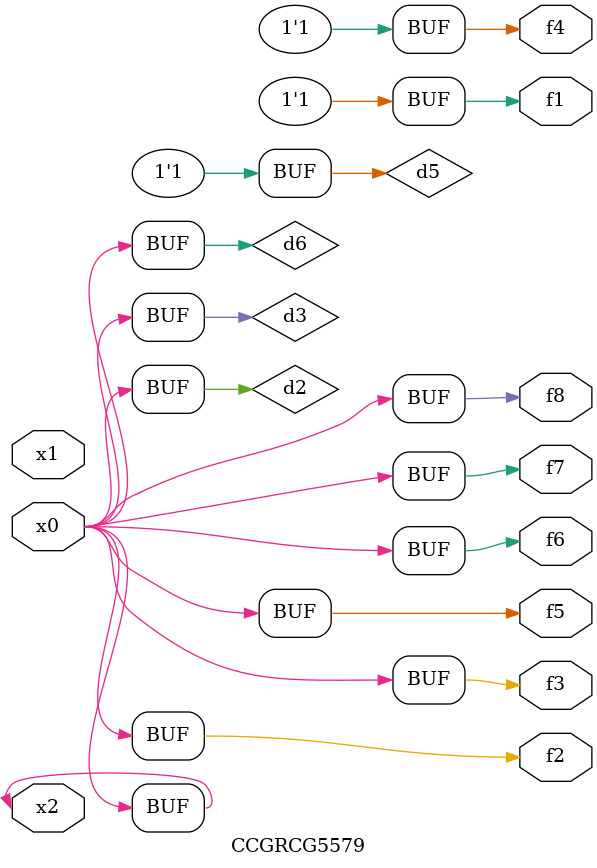
<source format=v>
module CCGRCG5579(
	input x0, x1, x2,
	output f1, f2, f3, f4, f5, f6, f7, f8
);

	wire d1, d2, d3, d4, d5, d6;

	xnor (d1, x2);
	buf (d2, x0, x2);
	and (d3, x0);
	xnor (d4, x1, x2);
	nand (d5, d1, d3);
	buf (d6, d2, d3);
	assign f1 = d5;
	assign f2 = d6;
	assign f3 = d6;
	assign f4 = d5;
	assign f5 = d6;
	assign f6 = d6;
	assign f7 = d6;
	assign f8 = d6;
endmodule

</source>
